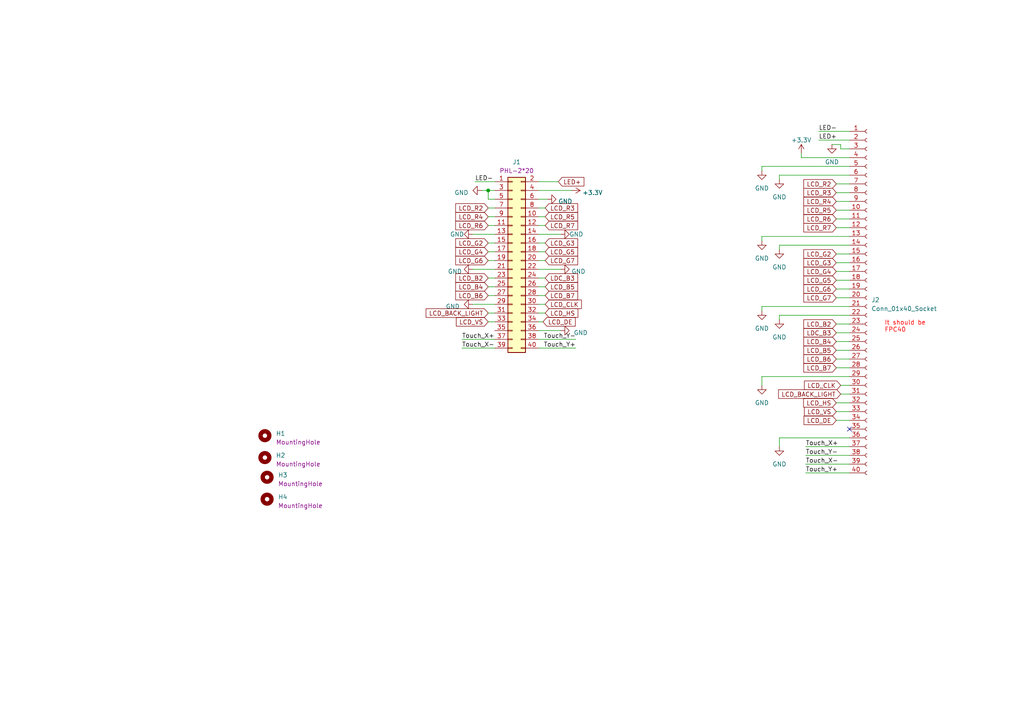
<source format=kicad_sch>
(kicad_sch (version 20230121) (generator eeschema)
  (paper "A4")
  (lib_symbols
    (symbol "Connector:Conn_01x40_Socket" (pin_names (offset 1.016) hide)
      (property "Reference" "J" (at 0 50.8 0))
      (property "Value" "Conn_01x40_Socket" (at 0 -53.34 0))
      (symbol "Conn_01x40_Socket_1_1"
        (arc (start 0 -50.292) (mid -0.5058 -50.8) (end 0 -51.308) (stroke (width 0.1524)))
        (arc (start 0 -47.752) (mid -0.5058 -48.26) (end 0 -48.768) (stroke (width 0.1524)))
        (arc (start 0 -45.212) (mid -0.5058 -45.72) (end 0 -46.228) (stroke (width 0.1524)))
        (arc (start 0 -42.672) (mid -0.5058 -43.18) (end 0 -43.688) (stroke (width 0.1524)))
        (arc (start 0 -40.132) (mid -0.5058 -40.64) (end 0 -41.148) (stroke (width 0.1524)))
        (arc (start 0 -37.592) (mid -0.5058 -38.1) (end 0 -38.608) (stroke (width 0.1524)))
        (arc (start 0 -35.052) (mid -0.5058 -35.56) (end 0 -36.068) (stroke (width 0.1524)))
        (arc (start 0 -32.512) (mid -0.5058 -33.02) (end 0 -33.528) (stroke (width 0.1524)))
        (arc (start 0 -29.972) (mid -0.5058 -30.48) (end 0 -30.988) (stroke (width 0.1524)))
        (arc (start 0 -27.432) (mid -0.5058 -27.94) (end 0 -28.448) (stroke (width 0.1524)))
        (arc (start 0 -24.892) (mid -0.5058 -25.4) (end 0 -25.908) (stroke (width 0.1524)))
        (arc (start 0 -22.352) (mid -0.5058 -22.86) (end 0 -23.368) (stroke (width 0.1524)))
        (arc (start 0 -19.812) (mid -0.5058 -20.32) (end 0 -20.828) (stroke (width 0.1524)))
        (arc (start 0 -17.272) (mid -0.5058 -17.78) (end 0 -18.288) (stroke (width 0.1524)))
        (arc (start 0 -14.732) (mid -0.5058 -15.24) (end 0 -15.748) (stroke (width 0.1524)))
        (arc (start 0 -12.192) (mid -0.5058 -12.7) (end 0 -13.208) (stroke (width 0.1524)))
        (arc (start 0 -9.652) (mid -0.5058 -10.16) (end 0 -10.668) (stroke (width 0.1524)))
        (arc (start 0 -7.112) (mid -0.5058 -7.62) (end 0 -8.128) (stroke (width 0.1524)))
        (arc (start 0 -4.572) (mid -0.5058 -5.08) (end 0 -5.588) (stroke (width 0.1524)))
        (arc (start 0 -2.032) (mid -0.5058 -2.54) (end 0 -3.048) (stroke (width 0.1524)))
        (polyline (pts (xy -1.27 -50.8) (xy -0.508 -50.8)) (stroke (width 0.1524)))
        (polyline (pts (xy -1.27 -48.26) (xy -0.508 -48.26)) (stroke (width 0.1524)))
        (polyline (pts (xy -1.27 -45.72) (xy -0.508 -45.72)) (stroke (width 0.1524)))
        (polyline (pts (xy -1.27 -43.18) (xy -0.508 -43.18)) (stroke (width 0.1524)))
        (polyline (pts (xy -1.27 -40.64) (xy -0.508 -40.64)) (stroke (width 0.1524)))
        (polyline (pts (xy -1.27 -38.1) (xy -0.508 -38.1)) (stroke (width 0.1524)))
        (polyline (pts (xy -1.27 -35.56) (xy -0.508 -35.56)) (stroke (width 0.1524)))
        (polyline (pts (xy -1.27 -33.02) (xy -0.508 -33.02)) (stroke (width 0.1524)))
        (polyline (pts (xy -1.27 -30.48) (xy -0.508 -30.48)) (stroke (width 0.1524)))
        (polyline (pts (xy -1.27 -27.94) (xy -0.508 -27.94)) (stroke (width 0.1524)))
        (polyline (pts (xy -1.27 -25.4) (xy -0.508 -25.4)) (stroke (width 0.1524)))
        (polyline (pts (xy -1.27 -22.86) (xy -0.508 -22.86)) (stroke (width 0.1524)))
        (polyline (pts (xy -1.27 -20.32) (xy -0.508 -20.32)) (stroke (width 0.1524)))
        (polyline (pts (xy -1.27 -17.78) (xy -0.508 -17.78)) (stroke (width 0.1524)))
        (polyline (pts (xy -1.27 -15.24) (xy -0.508 -15.24)) (stroke (width 0.1524)))
        (polyline (pts (xy -1.27 -12.7) (xy -0.508 -12.7)) (stroke (width 0.1524)))
        (polyline (pts (xy -1.27 -10.16) (xy -0.508 -10.16)) (stroke (width 0.1524)))
        (polyline (pts (xy -1.27 -7.62) (xy -0.508 -7.62)) (stroke (width 0.1524)))
        (polyline (pts (xy -1.27 -5.08) (xy -0.508 -5.08)) (stroke (width 0.1524)))
        (polyline (pts (xy -1.27 -2.54) (xy -0.508 -2.54)) (stroke (width 0.1524)))
        (polyline (pts (xy -1.27 0) (xy -0.508 0)) (stroke (width 0.1524)))
        (polyline (pts (xy -1.27 2.54) (xy -0.508 2.54)) (stroke (width 0.1524)))
        (polyline (pts (xy -1.27 5.08) (xy -0.508 5.08)) (stroke (width 0.1524)))
        (polyline (pts (xy -1.27 7.62) (xy -0.508 7.62)) (stroke (width 0.1524)))
        (polyline (pts (xy -1.27 10.16) (xy -0.508 10.16)) (stroke (width 0.1524)))
        (polyline (pts (xy -1.27 12.7) (xy -0.508 12.7)) (stroke (width 0.1524)))
        (polyline (pts (xy -1.27 15.24) (xy -0.508 15.24)) (stroke (width 0.1524)))
        (polyline (pts (xy -1.27 17.78) (xy -0.508 17.78)) (stroke (width 0.1524)))
        (polyline (pts (xy -1.27 20.32) (xy -0.508 20.32)) (stroke (width 0.1524)))
        (polyline (pts (xy -1.27 22.86) (xy -0.508 22.86)) (stroke (width 0.1524)))
        (polyline (pts (xy -1.27 25.4) (xy -0.508 25.4)) (stroke (width 0.1524)))
        (polyline (pts (xy -1.27 27.94) (xy -0.508 27.94)) (stroke (width 0.1524)))
        (polyline (pts (xy -1.27 30.48) (xy -0.508 30.48)) (stroke (width 0.1524)))
        (polyline (pts (xy -1.27 33.02) (xy -0.508 33.02)) (stroke (width 0.1524)))
        (polyline (pts (xy -1.27 35.56) (xy -0.508 35.56)) (stroke (width 0.1524)))
        (polyline (pts (xy -1.27 38.1) (xy -0.508 38.1)) (stroke (width 0.1524)))
        (polyline (pts (xy -1.27 40.64) (xy -0.508 40.64)) (stroke (width 0.1524)))
        (polyline (pts (xy -1.27 43.18) (xy -0.508 43.18)) (stroke (width 0.1524)))
        (polyline (pts (xy -1.27 45.72) (xy -0.508 45.72)) (stroke (width 0.1524)))
        (polyline (pts (xy -1.27 48.26) (xy -0.508 48.26)) (stroke (width 0.1524)))
        (arc (start 0 0.508) (mid -0.5058 0) (end 0 -0.508) (stroke (width 0.1524)))
        (arc (start 0 3.048) (mid -0.5058 2.54) (end 0 2.032) (stroke (width 0.1524)))
        (arc (start 0 5.588) (mid -0.5058 5.08) (end 0 4.572) (stroke (width 0.1524)))
        (arc (start 0 8.128) (mid -0.5058 7.62) (end 0 7.112) (stroke (width 0.1524)))
        (arc (start 0 10.668) (mid -0.5058 10.16) (end 0 9.652) (stroke (width 0.1524)))
        (arc (start 0 13.208) (mid -0.5058 12.7) (end 0 12.192) (stroke (width 0.1524)))
        (arc (start 0 15.748) (mid -0.5058 15.24) (end 0 14.732) (stroke (width 0.1524)))
        (arc (start 0 18.288) (mid -0.5058 17.78) (end 0 17.272) (stroke (width 0.1524)))
        (arc (start 0 20.828) (mid -0.5058 20.32) (end 0 19.812) (stroke (width 0.1524)))
        (arc (start 0 23.368) (mid -0.5058 22.86) (end 0 22.352) (stroke (width 0.1524)))
        (arc (start 0 25.908) (mid -0.5058 25.4) (end 0 24.892) (stroke (width 0.1524)))
        (arc (start 0 28.448) (mid -0.5058 27.94) (end 0 27.432) (stroke (width 0.1524)))
        (arc (start 0 30.988) (mid -0.5058 30.48) (end 0 29.972) (stroke (width 0.1524)))
        (arc (start 0 33.528) (mid -0.5058 33.02) (end 0 32.512) (stroke (width 0.1524)))
        (arc (start 0 36.068) (mid -0.5058 35.56) (end 0 35.052) (stroke (width 0.1524)))
        (arc (start 0 38.608) (mid -0.5058 38.1) (end 0 37.592) (stroke (width 0.1524)))
        (arc (start 0 41.148) (mid -0.5058 40.64) (end 0 40.132) (stroke (width 0.1524)))
        (arc (start 0 43.688) (mid -0.5058 43.18) (end 0 42.672) (stroke (width 0.1524)))
        (arc (start 0 46.228) (mid -0.5058 45.72) (end 0 45.212) (stroke (width 0.1524)))
        (arc (start 0 48.768) (mid -0.5058 48.26) (end 0 47.752) (stroke (width 0.1524)))
        (pin passive line (at -5.08 48.26 0) (length 3.81) (name "Pin_1") (number "1"))
        (pin passive line (at -5.08 25.4 0) (length 3.81) (name "Pin_10") (number "10"))
        (pin passive line (at -5.08 22.86 0) (length 3.81) (name "Pin_11") (number "11"))
        (pin passive line (at -5.08 20.32 0) (length 3.81) (name "Pin_12") (number "12"))
        (pin passive line (at -5.08 17.78 0) (length 3.81) (name "Pin_13") (number "13"))
        (pin passive line (at -5.08 15.24 0) (length 3.81) (name "Pin_14") (number "14"))
        (pin passive line (at -5.08 12.7 0) (length 3.81) (name "Pin_15") (number "15"))
        (pin passive line (at -5.08 10.16 0) (length 3.81) (name "Pin_16") (number "16"))
        (pin passive line (at -5.08 7.62 0) (length 3.81) (name "Pin_17") (number "17"))
        (pin passive line (at -5.08 5.08 0) (length 3.81) (name "Pin_18") (number "18"))
        (pin passive line (at -5.08 2.54 0) (length 3.81) (name "Pin_19") (number "19"))
        (pin passive line (at -5.08 45.72 0) (length 3.81) (name "Pin_2") (number "2"))
        (pin passive line (at -5.08 0 0) (length 3.81) (name "Pin_20") (number "20"))
        (pin passive line (at -5.08 -2.54 0) (length 3.81) (name "Pin_21") (number "21"))
        (pin passive line (at -5.08 -5.08 0) (length 3.81) (name "Pin_22") (number "22"))
        (pin passive line (at -5.08 -7.62 0) (length 3.81) (name "Pin_23") (number "23"))
        (pin passive line (at -5.08 -10.16 0) (length 3.81) (name "Pin_24") (number "24"))
        (pin passive line (at -5.08 -12.7 0) (length 3.81) (name "Pin_25") (number "25"))
        (pin passive line (at -5.08 -15.24 0) (length 3.81) (name "Pin_26") (number "26"))
        (pin passive line (at -5.08 -17.78 0) (length 3.81) (name "Pin_27") (number "27"))
        (pin passive line (at -5.08 -20.32 0) (length 3.81) (name "Pin_28") (number "28"))
        (pin passive line (at -5.08 -22.86 0) (length 3.81) (name "Pin_29") (number "29"))
        (pin passive line (at -5.08 43.18 0) (length 3.81) (name "Pin_3") (number "3"))
        (pin passive line (at -5.08 -25.4 0) (length 3.81) (name "Pin_30") (number "30"))
        (pin passive line (at -5.08 -27.94 0) (length 3.81) (name "Pin_31") (number "31"))
        (pin passive line (at -5.08 -30.48 0) (length 3.81) (name "Pin_32") (number "32"))
        (pin passive line (at -5.08 -33.02 0) (length 3.81) (name "Pin_33") (number "33"))
        (pin passive line (at -5.08 -35.56 0) (length 3.81) (name "Pin_34") (number "34"))
        (pin passive line (at -5.08 -38.1 0) (length 3.81) (name "Pin_35") (number "35"))
        (pin passive line (at -5.08 -40.64 0) (length 3.81) (name "Pin_36") (number "36"))
        (pin passive line (at -5.08 -43.18 0) (length 3.81) (name "Pin_37") (number "37"))
        (pin passive line (at -5.08 -45.72 0) (length 3.81) (name "Pin_38") (number "38"))
        (pin passive line (at -5.08 -48.26 0) (length 3.81) (name "Pin_39") (number "39"))
        (pin passive line (at -5.08 40.64 0) (length 3.81) (name "Pin_4") (number "4"))
        (pin passive line (at -5.08 -50.8 0) (length 3.81) (name "Pin_40") (number "40"))
        (pin passive line (at -5.08 38.1 0) (length 3.81) (name "Pin_5") (number "5"))
        (pin passive line (at -5.08 35.56 0) (length 3.81) (name "Pin_6") (number "6"))
        (pin passive line (at -5.08 33.02 0) (length 3.81) (name "Pin_7") (number "7"))
        (pin passive line (at -5.08 30.48 0) (length 3.81) (name "Pin_8") (number "8"))
        (pin passive line (at -5.08 27.94 0) (length 3.81) (name "Pin_9") (number "9"))
      )
    )
    (symbol "MLC_K7:MountingHole_3.5mm" (pin_names (offset 1.016)) (in_bom no)
      (property "Reference" "H?" (at 0 5.08 0))
      (property "Main Value" "MountingHole" (at 0 0 0))
      (symbol "MountingHole_3.5mm_0_1"
        (circle (center 0 0) (radius 1.27) (stroke (width 1.27)))
      )
    )
    (symbol "MLC_K7:PHL-2*20-STRAIGHT-2.54mm" (pin_names (offset 1.016) hide)
      (property "Reference" "J?" (at 0 0 0))
      (property "Main Value" "PHL-2*20" (at 0 0 0))
      (symbol "PHL-2*20-STRAIGHT-2.54mm_1_1"
        (rectangle (start -1.27 -25.273) (end 0 -25.527) (stroke (width 0.1524)))
        (rectangle (start -1.27 -22.733) (end 0 -22.987) (stroke (width 0.1524)))
        (rectangle (start -1.27 -20.193) (end 0 -20.447) (stroke (width 0.1524)))
        (rectangle (start -1.27 -17.653) (end 0 -17.907) (stroke (width 0.1524)))
        (rectangle (start -1.27 -15.113) (end 0 -15.367) (stroke (width 0.1524)))
        (rectangle (start -1.27 -12.573) (end 0 -12.827) (stroke (width 0.1524)))
        (rectangle (start -1.27 -10.033) (end 0 -10.287) (stroke (width 0.1524)))
        (rectangle (start -1.27 -7.493) (end 0 -7.747) (stroke (width 0.1524)))
        (rectangle (start -1.27 -4.953) (end 0 -5.207) (stroke (width 0.1524)))
        (rectangle (start -1.27 -2.413) (end 0 -2.667) (stroke (width 0.1524)))
        (rectangle (start -1.27 0.127) (end 0 -0.127) (stroke (width 0.1524)))
        (rectangle (start -1.27 2.667) (end 0 2.413) (stroke (width 0.1524)))
        (rectangle (start -1.27 5.207) (end 0 4.953) (stroke (width 0.1524)))
        (rectangle (start -1.27 7.747) (end 0 7.493) (stroke (width 0.1524)))
        (rectangle (start -1.27 10.287) (end 0 10.033) (stroke (width 0.1524)))
        (rectangle (start -1.27 12.827) (end 0 12.573) (stroke (width 0.1524)))
        (rectangle (start -1.27 15.367) (end 0 15.113) (stroke (width 0.1524)))
        (rectangle (start -1.27 17.907) (end 0 17.653) (stroke (width 0.1524)))
        (rectangle (start -1.27 20.447) (end 0 20.193) (stroke (width 0.1524)))
        (rectangle (start -1.27 22.987) (end 0 22.733) (stroke (width 0.1524)))
        (rectangle (start -1.27 24.13) (end 3.81 -26.67) (stroke (width 0.254)) (fill (type background)))
        (rectangle (start 3.81 -25.273) (end 2.54 -25.527) (stroke (width 0.1524)))
        (rectangle (start 3.81 -22.733) (end 2.54 -22.987) (stroke (width 0.1524)))
        (rectangle (start 3.81 -20.193) (end 2.54 -20.447) (stroke (width 0.1524)))
        (rectangle (start 3.81 -17.653) (end 2.54 -17.907) (stroke (width 0.1524)))
        (rectangle (start 3.81 -15.113) (end 2.54 -15.367) (stroke (width 0.1524)))
        (rectangle (start 3.81 -12.573) (end 2.54 -12.827) (stroke (width 0.1524)))
        (rectangle (start 3.81 -10.033) (end 2.54 -10.287) (stroke (width 0.1524)))
        (rectangle (start 3.81 -7.493) (end 2.54 -7.747) (stroke (width 0.1524)))
        (rectangle (start 3.81 -4.953) (end 2.54 -5.207) (stroke (width 0.1524)))
        (rectangle (start 3.81 -2.413) (end 2.54 -2.667) (stroke (width 0.1524)))
        (rectangle (start 3.81 0.127) (end 2.54 -0.127) (stroke (width 0.1524)))
        (rectangle (start 3.81 2.667) (end 2.54 2.413) (stroke (width 0.1524)))
        (rectangle (start 3.81 5.207) (end 2.54 4.953) (stroke (width 0.1524)))
        (rectangle (start 3.81 7.747) (end 2.54 7.493) (stroke (width 0.1524)))
        (rectangle (start 3.81 10.287) (end 2.54 10.033) (stroke (width 0.1524)))
        (rectangle (start 3.81 12.827) (end 2.54 12.573) (stroke (width 0.1524)))
        (rectangle (start 3.81 15.367) (end 2.54 15.113) (stroke (width 0.1524)))
        (rectangle (start 3.81 17.907) (end 2.54 17.653) (stroke (width 0.1524)))
        (rectangle (start 3.81 20.447) (end 2.54 20.193) (stroke (width 0.1524)))
        (rectangle (start 3.81 22.987) (end 2.54 22.733) (stroke (width 0.1524)))
        (pin passive line (at -5.08 22.86 0) (length 3.81) (name "Pin_1") (number "1"))
        (pin passive line (at 7.62 12.7 180) (length 3.81) (name "Pin_10") (number "10"))
        (pin passive line (at -5.08 10.16 0) (length 3.81) (name "Pin_11") (number "11"))
        (pin passive line (at 7.62 10.16 180) (length 3.81) (name "Pin_12") (number "12"))
        (pin passive line (at -5.08 7.62 0) (length 3.81) (name "Pin_13") (number "13"))
        (pin passive line (at 7.62 7.62 180) (length 3.81) (name "Pin_14") (number "14"))
        (pin passive line (at -5.08 5.08 0) (length 3.81) (name "Pin_15") (number "15"))
        (pin passive line (at 7.62 5.08 180) (length 3.81) (name "Pin_16") (number "16"))
        (pin passive line (at -5.08 2.54 0) (length 3.81) (name "Pin_17") (number "17"))
        (pin passive line (at 7.62 2.54 180) (length 3.81) (name "Pin_18") (number "18"))
        (pin passive line (at -5.08 0 0) (length 3.81) (name "Pin_19") (number "19"))
        (pin passive line (at 7.62 22.86 180) (length 3.81) (name "Pin_2") (number "2"))
        (pin passive line (at 7.62 0 180) (length 3.81) (name "Pin_20") (number "20"))
        (pin passive line (at -5.08 -2.54 0) (length 3.81) (name "Pin_21") (number "21"))
        (pin passive line (at 7.62 -2.54 180) (length 3.81) (name "Pin_22") (number "22"))
        (pin passive line (at -5.08 -5.08 0) (length 3.81) (name "Pin_23") (number "23"))
        (pin passive line (at 7.62 -5.08 180) (length 3.81) (name "Pin_24") (number "24"))
        (pin passive line (at -5.08 -7.62 0) (length 3.81) (name "Pin_25") (number "25"))
        (pin passive line (at 7.62 -7.62 180) (length 3.81) (name "Pin_26") (number "26"))
        (pin passive line (at -5.08 -10.16 0) (length 3.81) (name "Pin_27") (number "27"))
        (pin passive line (at 7.62 -10.16 180) (length 3.81) (name "Pin_28") (number "28"))
        (pin passive line (at -5.08 -12.7 0) (length 3.81) (name "Pin_29") (number "29"))
        (pin passive line (at -5.08 20.32 0) (length 3.81) (name "Pin_3") (number "3"))
        (pin passive line (at 7.62 -12.7 180) (length 3.81) (name "Pin_30") (number "30"))
        (pin passive line (at -5.08 -15.24 0) (length 3.81) (name "Pin_31") (number "31"))
        (pin passive line (at 7.62 -15.24 180) (length 3.81) (name "Pin_32") (number "32"))
        (pin passive line (at -5.08 -17.78 0) (length 3.81) (name "Pin_33") (number "33"))
        (pin passive line (at 7.62 -17.78 180) (length 3.81) (name "Pin_34") (number "34"))
        (pin passive line (at -5.08 -20.32 0) (length 3.81) (name "Pin_35") (number "35"))
        (pin passive line (at 7.62 -20.32 180) (length 3.81) (name "Pin_36") (number "36"))
        (pin passive line (at -5.08 -22.86 0) (length 3.81) (name "Pin_37") (number "37"))
        (pin passive line (at 7.62 -22.86 180) (length 3.81) (name "Pin_38") (number "38"))
        (pin passive line (at -5.08 -25.4 0) (length 3.81) (name "Pin_39") (number "39"))
        (pin passive line (at 7.62 20.32 180) (length 3.81) (name "Pin_4") (number "4"))
        (pin passive line (at 7.62 -25.4 180) (length 3.81) (name "Pin_40") (number "40"))
        (pin passive line (at -5.08 17.78 0) (length 3.81) (name "Pin_5") (number "5"))
        (pin passive line (at 7.62 17.78 180) (length 3.81) (name "Pin_6") (number "6"))
        (pin passive line (at -5.08 15.24 0) (length 3.81) (name "Pin_7") (number "7"))
        (pin passive line (at 7.62 15.24 180) (length 3.81) (name "Pin_8") (number "8"))
        (pin passive line (at -5.08 12.7 0) (length 3.81) (name "Pin_9") (number "9"))
      )
    )
    (symbol "power:+3.3V" (power) (pin_names (offset 0))
      (property "Value" "+3.3V" (at 0 3.556 0))
      (symbol "+3.3V_0_1"
        (polyline (pts (xy -0.762 1.27) (xy 0 2.54)))
        (polyline (pts (xy 0 0) (xy 0 2.54)))
        (polyline (pts (xy 0 2.54) (xy 0.762 1.27)))
      )
      (symbol "+3.3V_1_1"
        (pin power_in line (at 0 0 90) (length 0) hide (name "+3.3V") (number "1"))
      )
    )
    (symbol "power:GND" (power) (pin_names (offset 0))
      (property "Value" "GND" (at 0 -3.81 0))
      (symbol "GND_0_1"
        (polyline (pts (xy 0 0) (xy 0 -1.27) (xy 1.27 -1.27) (xy 0 -2.54) (xy -1.27 -1.27) (xy 0 -1.27)))
      )
      (symbol "GND_1_1"
        (pin power_in line (at 0 0 270) (length 0) hide (name "GND") (number "1"))
      )
    )
  )
  (junction (at 141.605 55.245))
  (no_connect (at 246.38 124.46))
  (wire (pts (xy 242.57 96.52) (xy 246.38 96.52)))
  (wire (pts (xy 242.57 104.14) (xy 246.38 104.14)))
  (wire (pts (xy 156.21 83.185) (xy 158.115 83.185)))
  (wire (pts (xy 133.985 98.425) (xy 143.51 98.425)))
  (wire (pts (xy 242.57 78.74) (xy 246.38 78.74)))
  (wire (pts (xy 233.68 132.08) (xy 246.38 132.08)))
  (wire (pts (xy 242.57 93.98) (xy 246.38 93.98)))
  (wire (pts (xy 156.21 90.805) (xy 158.115 90.805)))
  (wire (pts (xy 156.21 78.105) (xy 162.56 78.105)))
  (wire (pts (xy 237.49 40.64) (xy 246.38 40.64)))
  (wire (pts (xy 156.21 60.325) (xy 158.115 60.325)))
  (wire (pts (xy 242.57 119.38) (xy 246.38 119.38)))
  (wire (pts (xy 156.21 57.785) (xy 158.75 57.785)))
  (wire (pts (xy 242.57 55.88) (xy 246.38 55.88)))
  (wire (pts (xy 141.605 85.725) (xy 143.51 85.725)))
  (wire (pts (xy 243.84 114.3) (xy 246.38 114.3)))
  (wire (pts (xy 141.605 83.185) (xy 143.51 83.185)))
  (wire (pts (xy 242.57 106.68) (xy 246.38 106.68)))
  (wire (pts (xy 156.21 65.405) (xy 158.115 65.405)))
  (wire (pts (xy 141.605 65.405) (xy 143.51 65.405)))
  (wire (pts (xy 246.38 48.26) (xy 220.98 48.26)))
  (wire (pts (xy 137.16 67.945) (xy 143.51 67.945)))
  (wire (pts (xy 141.605 62.865) (xy 143.51 62.865)))
  (wire (pts (xy 226.06 127) (xy 246.38 127)))
  (wire (pts (xy 242.57 58.42) (xy 246.38 58.42)))
  (wire (pts (xy 242.57 81.28) (xy 246.38 81.28)))
  (wire (pts (xy 246.38 45.72) (xy 232.41 45.72)))
  (wire (pts (xy 242.57 73.66) (xy 246.38 73.66)))
  (wire (pts (xy 220.98 109.22) (xy 220.98 111.76)))
  (wire (pts (xy 156.21 73.025) (xy 158.115 73.025)))
  (wire (pts (xy 137.16 78.105) (xy 143.51 78.105)))
  (wire (pts (xy 133.985 100.965) (xy 143.51 100.965)))
  (wire (pts (xy 242.57 101.6) (xy 246.38 101.6)))
  (wire (pts (xy 141.605 57.785) (xy 141.605 55.245)))
  (wire (pts (xy 246.38 91.44) (xy 226.06 91.44)))
  (wire (pts (xy 156.21 67.945) (xy 162.56 67.945)))
  (wire (pts (xy 137.795 52.705) (xy 143.51 52.705)))
  (wire (pts (xy 141.605 57.785) (xy 143.51 57.785)))
  (wire (pts (xy 220.98 68.58) (xy 220.98 69.85)))
  (wire (pts (xy 242.57 60.96) (xy 246.38 60.96)))
  (wire (pts (xy 156.21 70.485) (xy 158.115 70.485)))
  (wire (pts (xy 141.605 90.805) (xy 143.51 90.805)))
  (wire (pts (xy 242.57 83.82) (xy 246.38 83.82)))
  (wire (pts (xy 156.21 62.865) (xy 158.115 62.865)))
  (wire (pts (xy 246.38 68.58) (xy 220.98 68.58)))
  (wire (pts (xy 226.06 127) (xy 226.06 129.54)))
  (wire (pts (xy 242.57 66.04) (xy 246.38 66.04)))
  (wire (pts (xy 226.06 91.44) (xy 226.06 92.71)))
  (wire (pts (xy 156.21 95.885) (xy 162.56 95.885)))
  (wire (pts (xy 242.57 99.06) (xy 246.38 99.06)))
  (wire (pts (xy 242.57 63.5) (xy 246.38 63.5)))
  (wire (pts (xy 243.84 43.18) (xy 246.38 43.18)))
  (wire (pts (xy 233.68 129.54) (xy 246.38 129.54)))
  (wire (pts (xy 237.49 38.1) (xy 246.38 38.1)))
  (wire (pts (xy 137.16 88.265) (xy 143.51 88.265)))
  (wire (pts (xy 242.57 116.84) (xy 246.38 116.84)))
  (wire (pts (xy 243.84 41.91) (xy 243.84 43.18)))
  (wire (pts (xy 233.68 137.16) (xy 246.38 137.16)))
  (wire (pts (xy 242.57 86.36) (xy 246.38 86.36)))
  (wire (pts (xy 242.57 76.2) (xy 246.38 76.2)))
  (wire (pts (xy 156.21 85.725) (xy 158.115 85.725)))
  (wire (pts (xy 220.98 48.26) (xy 220.98 49.53)))
  (wire (pts (xy 156.21 88.265) (xy 158.115 88.265)))
  (wire (pts (xy 226.06 50.8) (xy 226.06 52.07)))
  (wire (pts (xy 220.98 88.9) (xy 220.98 90.17)))
  (wire (pts (xy 242.57 121.92) (xy 246.38 121.92)))
  (wire (pts (xy 156.21 80.645) (xy 158.115 80.645)))
  (wire (pts (xy 243.84 111.76) (xy 246.38 111.76)))
  (wire (pts (xy 242.57 53.34) (xy 246.38 53.34)))
  (wire (pts (xy 156.21 100.965) (xy 167.005 100.965)))
  (wire (pts (xy 141.605 80.645) (xy 143.51 80.645)))
  (wire (pts (xy 156.21 93.345) (xy 157.48 93.345)))
  (wire (pts (xy 156.21 55.245) (xy 165.735 55.245)))
  (wire (pts (xy 246.38 109.22) (xy 220.98 109.22)))
  (wire (pts (xy 141.605 73.025) (xy 143.51 73.025)))
  (wire (pts (xy 246.38 50.8) (xy 226.06 50.8)))
  (wire (pts (xy 139.7 55.245) (xy 141.605 55.245)))
  (wire (pts (xy 233.68 134.62) (xy 246.38 134.62)))
  (wire (pts (xy 156.21 52.705) (xy 161.925 52.705)))
  (wire (pts (xy 246.38 88.9) (xy 220.98 88.9)))
  (wire (pts (xy 241.3 41.91) (xy 243.84 41.91)))
  (wire (pts (xy 141.605 75.565) (xy 143.51 75.565)))
  (wire (pts (xy 246.38 71.12) (xy 226.06 71.12)))
  (wire (pts (xy 141.605 93.345) (xy 143.51 93.345)))
  (wire (pts (xy 141.605 60.325) (xy 143.51 60.325)))
  (wire (pts (xy 156.21 98.425) (xy 167.005 98.425)))
  (wire (pts (xy 232.41 45.72) (xy 232.41 44.45)))
  (wire (pts (xy 156.21 75.565) (xy 158.115 75.565)))
  (wire (pts (xy 226.06 71.12) (xy 226.06 72.39)))
  (wire (pts (xy 141.605 70.485) (xy 143.51 70.485)))
  (wire (pts (xy 141.605 55.245) (xy 143.51 55.245)))
  (text "It should be \nFPC40\n" (at 256.54 96.52 0) (effects (font (size 1.27 1.27)) (justify left bottom)))
  (label "Touch_Y+" (at 233.68 137.16 0))
  (label "Touch_Y+" (at 167.005 100.965 180))
  (label "Touch_X+" (at 233.68 129.54 0))
  (label "Touch_X-" (at 133.985 100.965 0))
  (label "LED-" (at 137.795 52.705 0))
  (label "Touch_X-" (at 233.68 134.62 0))
  (label "Touch_X+" (at 133.985 98.425 0))
  (label "LED-" (at 237.49 38.1 0))
  (label "LED+" (at 237.49 40.64 0))
  (label "Touch_Y-" (at 233.68 132.08 0))
  (label "Touch_Y-" (at 167.005 98.425 180))
  (global_label "LDC_B3" (shape input) (at 242.57 96.52 180) (property "Intersheetrefs" "${INTERSHEET_REFS}" (effects hide)))
  (global_label "LCD_G2" (shape input) (at 141.605 70.485 180) (property "Intersheetrefs" "${INTERSHEET_REFS}" (effects hide)))
  (global_label "LCD_G5" (shape input) (at 158.115 73.025 0) (property "Intersheetrefs" "${INTERSHEET_REFS}" (effects hide)))
  (global_label "LCD_R3" (shape input) (at 158.115 60.325 0) (property "Intersheetrefs" "${INTERSHEET_REFS}" (effects hide)))
  (global_label "LCD_G7" (shape input) (at 242.57 86.36 180) (property "Intersheetrefs" "${INTERSHEET_REFS}" (effects hide)))
  (global_label "LCD_BACK_LIGHT" (shape input) (at 141.605 90.805 180) (property "Intersheetrefs" "${INTERSHEET_REFS}" (effects hide)))
  (global_label "LCD_CLK" (shape input) (at 158.115 88.265 0) (property "Intersheetrefs" "${INTERSHEET_REFS}" (effects hide)))
  (global_label "LCD_BACK_LIGHT" (shape input) (at 243.84 114.3 180) (property "Intersheetrefs" "${INTERSHEET_REFS}" (effects hide)))
  (global_label "LCD_R7" (shape input) (at 158.115 65.405 0) (property "Intersheetrefs" "${INTERSHEET_REFS}" (effects hide)))
  (global_label "LCD_G3" (shape input) (at 158.115 70.485 0) (property "Intersheetrefs" "${INTERSHEET_REFS}" (effects hide)))
  (global_label "LCD_G4" (shape input) (at 242.57 78.74 180) (property "Intersheetrefs" "${INTERSHEET_REFS}" (effects hide)))
  (global_label "LDC_B3" (shape input) (at 158.115 80.645 0) (property "Intersheetrefs" "${INTERSHEET_REFS}" (effects hide)))
  (global_label "LCD_B5" (shape input) (at 242.57 101.6 180) (property "Intersheetrefs" "${INTERSHEET_REFS}" (effects hide)))
  (global_label "LCD_G6" (shape input) (at 242.57 83.82 180) (property "Intersheetrefs" "${INTERSHEET_REFS}" (effects hide)))
  (global_label "LCD_R6" (shape input) (at 141.605 65.405 180) (property "Intersheetrefs" "${INTERSHEET_REFS}" (effects hide)))
  (global_label "LCD_VS" (shape input) (at 242.57 119.38 180) (property "Intersheetrefs" "${INTERSHEET_REFS}" (effects hide)))
  (global_label "LCD_G5" (shape input) (at 242.57 81.28 180) (property "Intersheetrefs" "${INTERSHEET_REFS}" (effects hide)))
  (global_label "LED+" (shape input) (at 161.925 52.705 0) (property "Intersheetrefs" "${INTERSHEET_REFS}" (effects hide)))
  (global_label "LCD_B6" (shape input) (at 242.57 104.14 180) (property "Intersheetrefs" "${INTERSHEET_REFS}" (effects hide)))
  (global_label "LCD_HS" (shape input) (at 158.115 90.805 0) (property "Intersheetrefs" "${INTERSHEET_REFS}" (effects hide)))
  (global_label "LCD_HS" (shape input) (at 242.57 116.84 180) (property "Intersheetrefs" "${INTERSHEET_REFS}" (effects hide)))
  (global_label "LCD_G3" (shape input) (at 242.57 76.2 180) (property "Intersheetrefs" "${INTERSHEET_REFS}" (effects hide)))
  (global_label "LCD_G4" (shape input) (at 141.605 73.025 180) (property "Intersheetrefs" "${INTERSHEET_REFS}" (effects hide)))
  (global_label "LCD_B6" (shape input) (at 141.605 85.725 180) (property "Intersheetrefs" "${INTERSHEET_REFS}" (effects hide)))
  (global_label "LCD_R4" (shape input) (at 242.57 58.42 180) (property "Intersheetrefs" "${INTERSHEET_REFS}" (effects hide)))
  (global_label "LCD_B7" (shape input) (at 158.115 85.725 0) (property "Intersheetrefs" "${INTERSHEET_REFS}" (effects hide)))
  (global_label "LCD_R4" (shape input) (at 141.605 62.865 180) (property "Intersheetrefs" "${INTERSHEET_REFS}" (effects hide)))
  (global_label "LCD_R2" (shape input) (at 242.57 53.34 180) (property "Intersheetrefs" "${INTERSHEET_REFS}" (effects hide)))
  (global_label "LCD_VS" (shape input) (at 141.605 93.345 180) (property "Intersheetrefs" "${INTERSHEET_REFS}" (effects hide)))
  (global_label "LCD_B4" (shape input) (at 141.605 83.185 180) (property "Intersheetrefs" "${INTERSHEET_REFS}" (effects hide)))
  (global_label "LCD_R6" (shape input) (at 242.57 63.5 180) (property "Intersheetrefs" "${INTERSHEET_REFS}" (effects hide)))
  (global_label "LCD_R3" (shape input) (at 242.57 55.88 180) (property "Intersheetrefs" "${INTERSHEET_REFS}" (effects hide)))
  (global_label "LCD_B2" (shape input) (at 141.605 80.645 180) (property "Intersheetrefs" "${INTERSHEET_REFS}" (effects hide)))
  (global_label "LCD_G2" (shape input) (at 242.57 73.66 180) (property "Intersheetrefs" "${INTERSHEET_REFS}" (effects hide)))
  (global_label "LCD_R7" (shape input) (at 242.57 66.04 180) (property "Intersheetrefs" "${INTERSHEET_REFS}" (effects hide)))
  (global_label "LCD_B4" (shape input) (at 242.57 99.06 180) (property "Intersheetrefs" "${INTERSHEET_REFS}" (effects hide)))
  (global_label "LCD_DE" (shape input) (at 242.57 121.92 180) (property "Intersheetrefs" "${INTERSHEET_REFS}" (effects hide)))
  (global_label "LCD_R5" (shape input) (at 158.115 62.865 0) (property "Intersheetrefs" "${INTERSHEET_REFS}" (effects hide)))
  (global_label "LCD_DE" (shape input) (at 157.48 93.345 0) (property "Intersheetrefs" "${INTERSHEET_REFS}" (effects hide)))
  (global_label "LCD_B5" (shape input) (at 158.115 83.185 0) (property "Intersheetrefs" "${INTERSHEET_REFS}" (effects hide)))
  (global_label "LCD_R5" (shape input) (at 242.57 60.96 180) (property "Intersheetrefs" "${INTERSHEET_REFS}" (effects hide)))
  (global_label "LCD_CLK" (shape input) (at 243.84 111.76 180) (property "Intersheetrefs" "${INTERSHEET_REFS}" (effects hide)))
  (global_label "LCD_G6" (shape input) (at 141.605 75.565 180) (property "Intersheetrefs" "${INTERSHEET_REFS}" (effects hide)))
  (global_label "LCD_G7" (shape input) (at 158.115 75.565 0) (property "Intersheetrefs" "${INTERSHEET_REFS}" (effects hide)))
  (global_label "LCD_B7" (shape input) (at 242.57 106.68 180) (property "Intersheetrefs" "${INTERSHEET_REFS}" (effects hide)))
  (global_label "LCD_B2" (shape input) (at 242.57 93.98 180) (property "Intersheetrefs" "${INTERSHEET_REFS}" (effects hide)))
  (global_label "LCD_R2" (shape input) (at 141.605 60.325 180) (property "Intersheetrefs" "${INTERSHEET_REFS}" (effects hide)))
  (symbol (lib_id "MLC_K7:MountingHole_3.5mm") (at 76.835 126.365 0) (unit 1) (in_bom no)
    (property "Reference" "H1" (at 80.01 125.73 0) (effects (justify left)))
    (property "Value" "MountingHole" (effects hide))
    (property "Footprint" "MountingHole:MountingHole_3.5mm_Pad_Via" (effects hide))
    (property "MLC Code" "0" (effects hide))
    (property "Main Value" "MountingHole" (at 80.01 128.27 0) (effects (justify left)))
  )
  (symbol (lib_id "power:GND") (at 226.06 129.54 0) (unit 1)
    (property "Reference" "#PWR017" (effects hide))
    (property "Value" "GND" (at 226.06 134.62 0))
  )
  (symbol (lib_id "power:GND") (at 162.56 67.945 90) (unit 1)
    (property "Reference" "#PWR06" (effects hide))
    (property "Value" "GND" (at 165.1 67.945 90) (effects (justify right)))
  )
  (symbol (lib_id "power:+3.3V") (at 165.735 55.245 270) (unit 1)
    (property "Reference" "#PWR09" (effects hide))
    (property "Value" "+3.3V" (at 168.91 55.88 90) (effects (justify left)))
  )
  (symbol (lib_id "power:GND") (at 162.56 95.885 90) (unit 1)
    (property "Reference" "#PWR08" (effects hide))
    (property "Value" "GND" (at 166.37 96.52 90) (effects (justify right)))
  )
  (symbol (lib_id "MLC_K7:MountingHole_3.5mm") (at 77.47 138.43 0) (unit 1) (in_bom no)
    (property "Reference" "H3" (at 80.645 137.795 0) (effects (justify left)))
    (property "Value" "MountingHole" (effects hide))
    (property "Footprint" "MountingHole:MountingHole_3.5mm_Pad_Via" (effects hide))
    (property "MLC Code" "0" (effects hide))
    (property "Main Value" "MountingHole" (at 80.645 140.335 0) (effects (justify left)))
  )
  (symbol (lib_id "power:GND") (at 220.98 111.76 0) (unit 1)
    (property "Reference" "#PWR013" (effects hide))
    (property "Value" "GND" (at 220.98 116.84 0))
  )
  (symbol (lib_id "MLC_K7:PHL-2*20-STRAIGHT-2.54mm") (at 148.59 75.565 0) (unit 1)
    (property "Reference" "J1" (at 149.86 46.99 0))
    (property "Value" "PHL-2*20-STRAIGHT-2.54mm" (effects hide))
    (property "Footprint" "MLC_K6:PHL_2x20_Vertical" (effects hide))
    (property "Datasheet" "${KIGIT}/Datasheets/PHL-2.54-LDXX-XX-H.pdf" (effects hide))
    (property "MLC Code" "MLCEL12238607" (effects hide))
    (property "Manufacturer" "AUK connector" (effects hide))
    (property "MPN" "LD40-  -H" (effects hide))
    (property "Main Value" "PHL-2*20" (at 149.86 49.53 0))
  )
  (symbol (lib_id "power:GND") (at 137.16 67.945 270) (unit 1)
    (property "Reference" "#PWR01" (effects hide))
    (property "Value" "GND" (at 134.62 67.945 90) (effects (justify right)))
  )
  (symbol (lib_id "power:GND") (at 139.7 55.245 270) (unit 1)
    (property "Reference" "#PWR04" (effects hide))
    (property "Value" "GND" (at 135.89 55.88 90) (effects (justify right)))
  )
  (symbol (lib_id "power:+3.3V") (at 232.41 44.45 0) (unit 1)
    (property "Reference" "#PWR018" (effects hide))
    (property "Value" "+3.3V" (at 232.41 40.64 0))
  )
  (symbol (lib_id "MLC_K7:MountingHole_3.5mm") (at 76.835 132.715 0) (unit 1) (in_bom no)
    (property "Reference" "H2" (at 80.01 132.08 0) (effects (justify left)))
    (property "Value" "MountingHole" (effects hide))
    (property "Footprint" "MountingHole:MountingHole_3.5mm_Pad_Via" (effects hide))
    (property "MLC Code" "0" (effects hide))
    (property "Main Value" "MountingHole" (at 80.01 134.62 0) (effects (justify left)))
  )
  (symbol (lib_id "power:GND") (at 220.98 69.85 0) (unit 1)
    (property "Reference" "#PWR011" (effects hide))
    (property "Value" "GND" (at 220.98 74.93 0))
  )
  (symbol (lib_id "power:GND") (at 137.16 78.105 270) (unit 1)
    (property "Reference" "#PWR02" (effects hide))
    (property "Value" "GND" (at 133.985 78.74 90) (effects (justify right)))
  )
  (symbol (lib_id "power:GND") (at 137.16 88.265 270) (unit 1)
    (property "Reference" "#PWR03" (effects hide))
    (property "Value" "GND" (at 133.35 88.9 90) (effects (justify right)))
  )
  (symbol (lib_id "power:GND") (at 226.06 72.39 0) (unit 1)
    (property "Reference" "#PWR015" (effects hide))
    (property "Value" "GND" (at 226.06 77.47 0))
  )
  (symbol (lib_id "power:GND") (at 220.98 49.53 0) (unit 1)
    (property "Reference" "#PWR010" (effects hide))
    (property "Value" "GND" (at 220.98 54.61 0))
  )
  (symbol (lib_id "power:GND") (at 162.56 78.105 90) (unit 1)
    (property "Reference" "#PWR07" (effects hide))
    (property "Value" "GND" (at 165.735 78.74 90) (effects (justify right)))
  )
  (symbol (lib_id "power:GND") (at 158.75 57.785 90) (unit 1)
    (property "Reference" "#PWR05" (effects hide))
    (property "Value" "GND" (at 161.925 58.42 90) (effects (justify right)))
  )
  (symbol (lib_id "power:GND") (at 226.06 92.71 0) (unit 1)
    (property "Reference" "#PWR016" (effects hide))
    (property "Value" "GND" (at 226.06 97.79 0))
  )
  (symbol (lib_id "power:GND") (at 226.06 52.07 0) (unit 1)
    (property "Reference" "#PWR014" (effects hide))
    (property "Value" "GND" (at 226.06 57.15 0))
  )
  (symbol (lib_id "MLC_K7:MountingHole_3.5mm") (at 77.47 144.78 0) (unit 1) (in_bom no)
    (property "Reference" "H4" (at 80.645 144.145 0) (effects (justify left)))
    (property "Value" "MountingHole" (effects hide))
    (property "Footprint" "MountingHole:MountingHole_3.5mm_Pad_Via" (effects hide))
    (property "MLC Code" "0" (effects hide))
    (property "Main Value" "MountingHole" (at 80.645 146.685 0) (effects (justify left)))
  )
  (symbol (lib_id "Connector:Conn_01x40_Socket") (at 251.46 86.36 0) (unit 1)
    (property "Reference" "J2" (at 252.73 86.995 0) (effects (justify left)))
    (property "Value" "Conn_01x40_Socket" (at 252.73 89.535 0) (effects (justify left)))
    (property "Footprint" "MLC_K7:FPC-40way_P0.50mm_Horizontal" (effects hide))
  )
  (symbol (lib_id "power:GND") (at 220.98 90.17 0) (unit 1)
    (property "Reference" "#PWR012" (effects hide))
    (property "Value" "GND" (at 220.98 95.25 0))
  )
  (symbol (lib_id "power:GND") (at 241.3 41.91 0) (unit 1)
    (property "Reference" "#PWR019" (effects hide))
    (property "Value" "GND" (at 241.3 46.99 0))
  )
)
</source>
